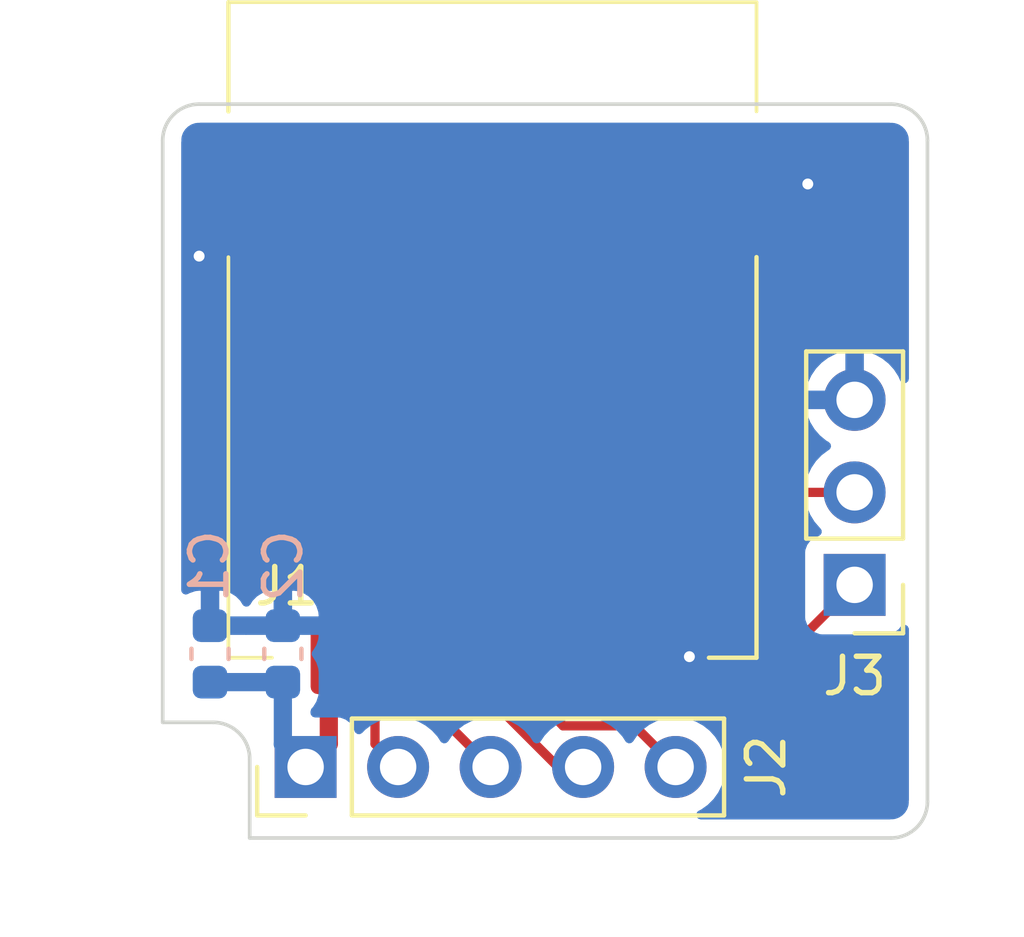
<source format=kicad_pcb>
(kicad_pcb (version 20211014) (generator pcbnew)
  (title_block (title "ML01SP4 Carrier") (date "2023-01-12"))
  (layers (0 "F.Cu" signal) (31 "B.Cu" signal) (34 "B.Paste" user) (35 "F.Paste" user) (36 "B.SilkS" user "B.Silkscreen") (37 "F.SilkS" user "F.Silkscreen") (38 "B.Mask" user) (39 "F.Mask" user) (44 "Edge.Cuts" user))
  (net 0 "")
  (net 1 "+3V3")
  (net 2 "Net-(J1-Pad2)")
  (net 3 "Net-(J1-Pad3)")
  (net 4 "Net-(J1-Pad4)")
  (net 5 "Net-(J1-Pad5)")
  (net 6 "GND")
  (net 7 "Net-(J1-Pad6)")
  (net 8 "Net-(J1-Pad7)")
  (footprint "Connector_PinHeader_2.54mm:PinHeader_1x03_P2.54mm_Vertical" (layer "F.Cu") (at 38.7 33.03 180)
    (fp_text reference "J3" (at 0 -2.5046) (layer "F.SilkS"))
    (fp_text value "Conn_01x03")
    (fp_line (start -1.33 -1.33) (end 0 -1.33) (layer "F.SilkS") (width 0.12))
    (fp_line (start 1.33 1.27) (end 1.33 6.41) (layer "F.SilkS") (width 0.12))
    (fp_line (start -1.33 1.27) (end -1.33 6.41) (layer "F.SilkS") (width 0.12))
    (fp_line (start -1.33 1.27) (end 1.33 1.27) (layer "F.SilkS") (width 0.12))
    (fp_line (start -1.33 6.41) (end 1.33 6.41) (layer "F.SilkS") (width 0.12))
    (fp_line (start -1.33 0) (end -1.33 -1.33) (layer "F.SilkS") (width 0.12))
    (pad "1" thru_hole rect (at 0 0 180) (size 1.7 1.7) (drill 1) (layers *.Cu *.Mask) (net 7 "Net-(J1-Pad6)"))
    (pad "2" thru_hole oval (at 0 2.54 180) (size 1.7 1.7) (drill 1) (layers *.Cu *.Mask) (net 8 "Net-(J1-Pad7)"))
    (pad "3" thru_hole oval (at 0 5.08 180) (size 1.7 1.7) (drill 1) (layers *.Cu *.Mask) (net 6 "GND"))
  )
  (footprint "Custom_ML01SP4-Carrier:ML01SP4" (layer "F.Cu") (at 28.7 35.03)
    (fp_text reference "J1" (at -5.59 -1.96 unlocked) (layer "F.SilkS"))
    (fp_text value "NRF24L01P-ML01SP4")
    (fp_line (start 7.306 -15) (end 7.306 -18) (layer "F.SilkS") (width 0.1))
    (fp_line (start -7.195 -18) (end -7.195 -15) (layer "F.SilkS") (width 0.12))
    (fp_line (start 6 0) (end 7.306 0) (layer "F.SilkS") (width 0.12))
    (fp_line (start 7.306 0) (end 7.306 -11) (layer "F.SilkS") (width 0.12))
    (fp_line (start -7.195 0) (end -6 0) (layer "F.SilkS") (width 0.1))
    (fp_line (start 7.306 -18) (end -7.195 -18) (layer "F.SilkS") (width 0.1))
    (fp_line (start -7.195 -11) (end -7.195 0) (layer "F.SilkS") (width 0.1))
    (pad "1" smd roundrect (at -4.438 0 90) (size 2 1) (layers "F.Cu" "F.Paste" "F.Mask") (roundrect_rratio 0.2) (net 1 "+3V3"))
    (pad "2" smd roundrect (at -3.17 0 90) (size 2 1) (layers "F.Cu" "F.Paste" "F.Mask") (roundrect_rratio 0.2) (net 2 "Net-(J1-Pad2)"))
    (pad "3" smd roundrect (at -1.902 0 90) (size 2 1) (layers "F.Cu" "F.Paste" "F.Mask") (roundrect_rratio 0.2) (net 3 "Net-(J1-Pad3)"))
    (pad "4" smd roundrect (at -0.634 0 90) (size 2 1) (layers "F.Cu" "F.Paste" "F.Mask") (roundrect_rratio 0.2) (net 4 "Net-(J1-Pad4)"))
    (pad "5" smd roundrect (at 0.634 0 90) (size 2 1) (layers "F.Cu" "F.Paste" "F.Mask") (roundrect_rratio 0.2) (net 5 "Net-(J1-Pad5)"))
    (pad "6" smd roundrect (at 1.902 0 90) (size 2 1) (layers "F.Cu" "F.Paste" "F.Mask") (roundrect_rratio 0.2) (net 7 "Net-(J1-Pad6)"))
    (pad "7" smd roundrect (at 3.17 0 90) (size 2 1) (layers "F.Cu" "F.Paste" "F.Mask") (roundrect_rratio 0.2) (net 8 "Net-(J1-Pad7)"))
    (pad "8" smd roundrect (at 4.438 0 90) (size 2 1) (layers "F.Cu" "F.Paste" "F.Mask") (roundrect_rratio 0.2) (net 6 "GND"))
    (pad "9" smd roundrect (at 7.3 -13 180) (size 1.8 3) (layers "F.Cu" "F.Paste" "F.Mask") (roundrect_rratio 0.2) (net 6 "GND"))
    (pad "10" smd roundrect (at -7.3 -13 180) (size 1.8 3) (layers "F.Cu" "F.Paste" "F.Mask") (roundrect_rratio 0.2) (net 6 "GND"))
  )
  (footprint "Connector_PinHeader_2.54mm:PinHeader_1x05_P2.54mm_Vertical" (layer "F.Cu") (at 23.625 38.03 90)
    (fp_text reference "J2" (at 0.0062 12.6462 90) (layer "F.SilkS"))
    (fp_text value "Conn_01x05")
    (fp_line (start 1.33 1.27) (end 1.33 11.49) (layer "F.SilkS") (width 0.12))
    (fp_line (start -1.33 -1.33) (end 0 -1.33) (layer "F.SilkS") (width 0.12))
    (fp_line (start -1.33 11.49) (end 1.33 11.49) (layer "F.SilkS") (width 0.12))
    (fp_line (start -1.33 0) (end -1.33 -1.33) (layer "F.SilkS") (width 0.12))
    (fp_line (start -1.33 1.27) (end -1.33 11.49) (layer "F.SilkS") (width 0.12))
    (fp_line (start -1.33 1.27) (end 1.33 1.27) (layer "F.SilkS") (width 0.12))
    (pad "1" thru_hole rect (at 0 0 90) (size 1.7 1.7) (drill 1) (layers *.Cu *.Mask) (net 1 "+3V3"))
    (pad "2" thru_hole oval (at 0 2.54 90) (size 1.7 1.7) (drill 1) (layers *.Cu *.Mask) (net 2 "Net-(J1-Pad2)"))
    (pad "3" thru_hole oval (at 0 5.08 90) (size 1.7 1.7) (drill 1) (layers *.Cu *.Mask) (net 3 "Net-(J1-Pad3)"))
    (pad "4" thru_hole oval (at 0 7.62 90) (size 1.7 1.7) (drill 1) (layers *.Cu *.Mask) (net 4 "Net-(J1-Pad4)"))
    (pad "5" thru_hole oval (at 0 10.16 90) (size 1.7 1.7) (drill 1) (layers *.Cu *.Mask) (net 5 "Net-(J1-Pad5)"))
  )
  (footprint "Capacitor_SMD:C_0603_1608Metric" (layer "B.Cu") (at 23 34.925 90)
    (fp_text reference "C2" (at 2.413 0.0124 90) (layer "B.SilkS") (effects (justify mirror)))
    (fp_text value "4.7uF")
    (fp_line (start -0.14058 0.51) (end 0.14058 0.51) (layer "B.SilkS") (width 0.12))
    (fp_line (start -0.14058 -0.51) (end 0.14058 -0.51) (layer "B.SilkS") (width 0.12))
    (pad "1" smd roundrect (at -0.775 0 90) (size 0.9 0.95) (layers "B.Cu" "B.Paste" "B.Mask") (net 1 "+3V3"))
    (pad "2" smd roundrect (at 0.775 0 90) (size 0.9 0.95) (layers "B.Cu" "B.Paste" "B.Mask") (net 6 "GND"))
  )
  (footprint "Capacitor_SMD:C_0603_1608Metric" (layer "B.Cu") (at 21 34.925 90)
    (fp_text reference "C1" (at 2.413 -0.0196 90) (layer "B.SilkS") (effects (justify mirror)))
    (fp_text value "0.1uF")
    (fp_line (start -0.14058 -0.51) (end 0.14058 -0.51) (layer "B.SilkS") (width 0.12))
    (fp_line (start -0.14058 0.51) (end 0.14058 0.51) (layer "B.SilkS") (width 0.12))
    (pad "1" smd roundrect (at -0.775 0 90) (size 0.9 0.95) (layers "B.Cu" "B.Paste" "B.Mask") (net 1 "+3V3"))
    (pad "2" smd roundrect (at 0.775 0 90) (size 0.9 0.95) (layers "B.Cu" "B.Paste" "B.Mask") (net 6 "GND"))
  )
  (gr_line (start 21.088893 36.805107) (end 19.7 36.805107) (layer "Edge.Cuts") (width 0.1))
  (gr_arc (start 40.7 38.98) (mid 40.407107 39.687107) (end 39.7 39.98) (layer "Edge.Cuts") (width 0.1))
  (gr_line (start 22.088893 39.98) (end 39.7 39.98) (layer "Edge.Cuts") (width 0.1))
  (gr_arc (start 19.7 20.83) (mid 19.992893 20.122893) (end 20.7 19.83) (layer "Edge.Cuts") (width 0.1))
  (gr_line (start 40.7 20.83) (end 40.7 38.98) (layer "Edge.Cuts") (width 0.1))
  (gr_line (start 22.088893 37.805107) (end 22.088893 39.98) (layer "Edge.Cuts") (width 0.1))
  (gr_arc (start 21.088893 36.805107) (mid 21.796 37.098) (end 22.088893 37.805107) (layer "Edge.Cuts") (width 0.1))
  (gr_line (start 19.7 20.83) (end 19.7 36.805107) (layer "Edge.Cuts") (width 0.1))
  (gr_arc (start 39.7 19.83) (mid 40.407107 20.122893) (end 40.7 20.83) (layer "Edge.Cuts") (width 0.1))
  (gr_line (start 20.7 19.83) (end 39.7 19.83) (layer "Edge.Cuts") (width 0.1))
  (segment (start 24.262 35.03) (end 24.262 37.393) (width 0.5) (layer "F.Cu") (net 1))
  (segment (start 24.262 37.393) (end 23.625 38.03) (width 0.5) (layer "F.Cu") (net 1))
  (segment (start 23 35.7) (end 23 37.405) (width 0.5) (layer "B.Cu") (net 1))
  (segment (start 21 35.7) (end 23 35.7) (width 0.5) (layer "B.Cu") (net 1))
  (segment (start 23 37.405) (end 23.625 38.03) (width 0.5) (layer "B.Cu") (net 1))
  (segment (start 25.53 37.395) (end 26.165 38.03) (width 0.254) (layer "F.Cu") (net 2))
  (segment (start 25.53 35.03) (end 25.53 37.395) (width 0.254) (layer "F.Cu") (net 2))
  (segment (start 26.798 35.03) (end 26.798 36.123) (width 0.254) (layer "F.Cu") (net 3))
  (segment (start 26.798 36.123) (end 28.705 38.03) (width 0.254) (layer "F.Cu") (net 3))
  (segment (start 28.066 35.539974) (end 30.556026 38.03) (width 0.254) (layer "F.Cu") (net 4))
  (segment (start 28.066 35.03) (end 28.066 35.539974) (width 0.254) (layer "F.Cu") (net 4))
  (segment (start 30.556026 38.03) (end 31.245 38.03) (width 0.254) (layer "F.Cu") (net 4))
  (segment (start 29.334 35.03) (end 29.334 35.539974) (width 0.254) (layer "F.Cu") (net 5))
  (segment (start 29.334 35.539974) (end 30.694626 36.9006) (width 0.254) (layer "F.Cu") (net 5))
  (segment (start 32.6556 36.9006) (end 33.785 38.03) (width 0.254) (layer "F.Cu") (net 5))
  (segment (start 30.694626 36.9006) (end 32.6556 36.9006) (width 0.254) (layer "F.Cu") (net 5))
  (segment (start 36 22.03) (end 37.406 22.03) (width 0.5) (layer "F.Cu") (net 6))
  (segment (start 21.4 23.304) (end 20.701 24.003) (width 0.5) (layer "F.Cu") (net 6))
  (segment (start 21.4 22.03) (end 21.4 23.304) (width 0.5) (layer "F.Cu") (net 6))
  (segment (start 34.1342 35.03) (end 34.163 35.0012) (width 0.5) (layer "F.Cu") (net 6))
  (segment (start 33.138 35.03) (end 34.1342 35.03) (width 0.5) (layer "F.Cu") (net 6))
  (segment (start 37.406 22.03) (end 37.4142 22.0218) (width 0.5) (layer "F.Cu") (net 6))
  (via (at 37.4142 22.0218) (size 0.6) (drill 0.3) (layers "F.Cu" "B.Cu") (net 6))
  (via (at 34.163 35.0012) (size 0.6) (drill 0.3) (layers "F.Cu" "B.Cu") (net 6))
  (via (at 20.701 24.003) (size 0.6) (drill 0.3) (layers "F.Cu" "B.Cu") (net 6))
  (segment (start 30.602 35.539974) (end 31.434826 36.3728) (width 0.254) (layer "F.Cu") (net 7))
  (segment (start 30.602 35.03) (end 30.602 35.539974) (width 0.254) (layer "F.Cu") (net 7))
  (segment (start 31.434826 36.3728) (end 35.3572 36.3728) (width 0.254) (layer "F.Cu") (net 7))
  (segment (start 35.3572 36.3728) (end 38.7 33.03) (width 0.254) (layer "F.Cu") (net 7))
  (segment (start 31.87 35.03) (end 31.87 34.520026) (width 0.254) (layer "F.Cu") (net 8))
  (segment (start 31.87 34.520026) (end 35.900026 30.49) (width 0.254) (layer "F.Cu") (net 8))
  (segment (start 35.900026 30.49) (end 38.7 30.49) (width 0.254) (layer "F.Cu") (net 8))
  (zone (net 6) (net_name "GND") (layer "B.Cu") (connect_pads (clearance 0.508)) (min_thickness 0.254) (fill yes (thermal_gap 0.508) (thermal_bridge_width 0.508))
    (polygon (pts (xy 40.89 40.69) (xy 19.3 40.69) (xy 19.3 19.1) (xy 40.89 19.1)))
  )
)
</source>
